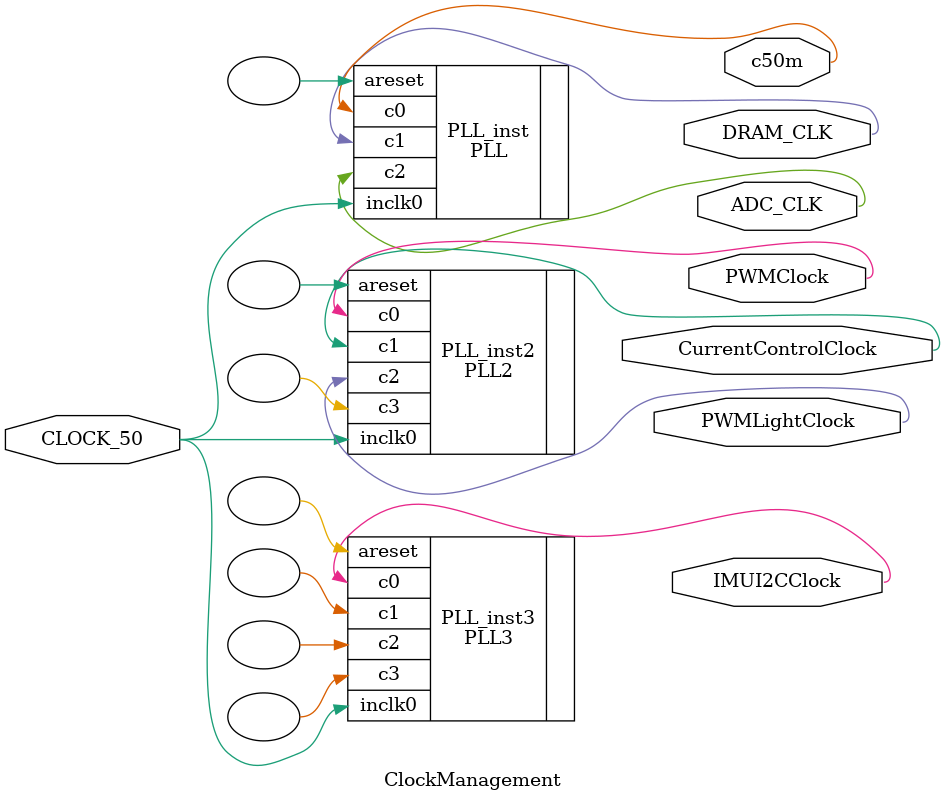
<source format=sv>
module ClockManagement(
	input 	CLOCK_50,
	
	output 	c50m,
	output 	DRAM_CLK,
	output 	ADC_CLK,
	output 	PWMClock,
	output 	CurrentControlClock,
	output 	PWMLightClock,
	output  IMUI2CClock
);

	PLL	PLL_inst (
		.areset ( ),
		.inclk0 (CLOCK_50),
		.c0 (c50m),
		.c1 (DRAM_CLK),
		.c2 (ADC_CLK),
	);

	PLL2 PLL_inst2 (
		.areset ( ),
		.inclk0 (CLOCK_50),
		.c0 (PWMClock),
		.c1 (CurrentControlClock),
		.c2 (PWMLightClock),
		.c3 ()
	);
	
	PLL3 PLL_inst3 (
		.areset ( ),
		.inclk0 (CLOCK_50),
		.c0 (IMUI2CClock),
		.c1 (),
		.c2 (),
		.c3 ()
	);
	
endmodule
</source>
